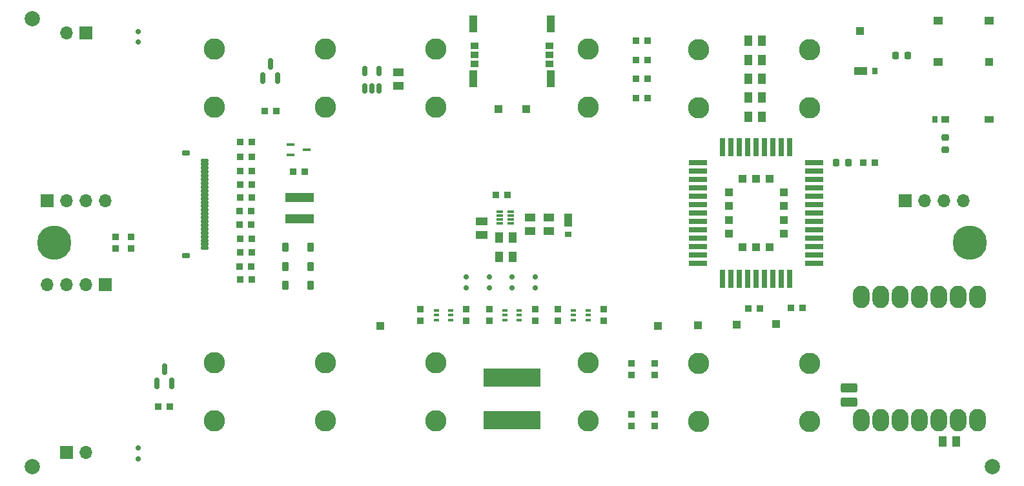
<source format=gbr>
%TF.GenerationSoftware,KiCad,Pcbnew,8.0.5*%
%TF.CreationDate,2024-10-25T23:47:22+01:00*%
%TF.ProjectId,V3,56332e6b-6963-4616-945f-706362585858,rev?*%
%TF.SameCoordinates,Original*%
%TF.FileFunction,Soldermask,Top*%
%TF.FilePolarity,Negative*%
%FSLAX46Y46*%
G04 Gerber Fmt 4.6, Leading zero omitted, Abs format (unit mm)*
G04 Created by KiCad (PCBNEW 8.0.5) date 2024-10-25 23:47:22*
%MOMM*%
%LPD*%
G01*
G04 APERTURE LIST*
G04 Aperture macros list*
%AMRoundRect*
0 Rectangle with rounded corners*
0 $1 Rounding radius*
0 $2 $3 $4 $5 $6 $7 $8 $9 X,Y pos of 4 corners*
0 Add a 4 corners polygon primitive as box body*
4,1,4,$2,$3,$4,$5,$6,$7,$8,$9,$2,$3,0*
0 Add four circle primitives for the rounded corners*
1,1,$1+$1,$2,$3*
1,1,$1+$1,$4,$5*
1,1,$1+$1,$6,$7*
1,1,$1+$1,$8,$9*
0 Add four rect primitives between the rounded corners*
20,1,$1+$1,$2,$3,$4,$5,0*
20,1,$1+$1,$4,$5,$6,$7,0*
20,1,$1+$1,$6,$7,$8,$9,0*
20,1,$1+$1,$8,$9,$2,$3,0*%
G04 Aperture macros list end*
%ADD10RoundRect,1.102000X-0.000010X0.375000X-0.000010X-0.375000X0.000010X-0.375000X0.000010X0.375000X0*%
%ADD11RoundRect,0.305000X-0.813000X-0.305000X0.813000X-0.305000X0.813000X0.305000X-0.813000X0.305000X0*%
%ADD12R,0.889000X0.889000*%
%ADD13R,0.900000X0.900000*%
%ADD14R,1.000000X1.000000*%
%ADD15R,0.850000X0.300000*%
%ADD16RoundRect,0.150000X0.200000X-0.150000X0.200000X0.150000X-0.200000X0.150000X-0.200000X-0.150000X0*%
%ADD17R,1.092200X1.803400*%
%ADD18R,0.838200X0.711200*%
%ADD19R,1.016000X1.400000*%
%ADD20C,2.000000*%
%ADD21RoundRect,0.218750X0.218750X0.256250X-0.218750X0.256250X-0.218750X-0.256250X0.218750X-0.256250X0*%
%ADD22RoundRect,0.225000X0.225000X0.375000X-0.225000X0.375000X-0.225000X-0.375000X0.225000X-0.375000X0*%
%ADD23R,1.400000X1.016000*%
%ADD24RoundRect,0.150000X0.150000X-0.587500X0.150000X0.587500X-0.150000X0.587500X-0.150000X-0.587500X0*%
%ADD25RoundRect,0.102000X-0.400000X0.150000X-0.400000X-0.150000X0.400000X-0.150000X0.400000X0.150000X0*%
%ADD26RoundRect,0.102000X-0.400000X0.200000X-0.400000X-0.200000X0.400000X-0.200000X0.400000X0.200000X0*%
%ADD27RoundRect,0.218750X-0.256250X0.218750X-0.256250X-0.218750X0.256250X-0.218750X0.256250X0.218750X0*%
%ADD28RoundRect,0.100000X-0.225000X-0.100000X0.225000X-0.100000X0.225000X0.100000X-0.225000X0.100000X0*%
%ADD29R,0.800000X0.900000*%
%ADD30R,1.200000X1.000000*%
%ADD31R,1.200000X0.900000*%
%ADD32R,1.000000X0.900000*%
%ADD33R,7.493000X2.489200*%
%ADD34C,4.500000*%
%ADD35R,1.092200X0.990600*%
%ADD36R,0.990600X2.311400*%
%ADD37R,0.990600X0.812800*%
%ADD38R,1.803400X1.092200*%
%ADD39R,0.711200X0.838200*%
%ADD40R,0.990600X0.990600*%
%ADD41R,0.711200X2.489200*%
%ADD42R,2.489200X0.711200*%
%ADD43R,3.708400X1.193800*%
%ADD44R,1.524000X1.016000*%
%ADD45RoundRect,0.150000X0.150000X-0.512500X0.150000X0.512500X-0.150000X0.512500X-0.150000X-0.512500X0*%
%ADD46RoundRect,0.218750X-0.218750X-0.256250X0.218750X-0.256250X0.218750X0.256250X-0.218750X0.256250X0*%
%ADD47R,1.016000X0.457200*%
%ADD48C,2.800000*%
%ADD49R,1.700000X1.700000*%
%ADD50O,1.700000X1.700000*%
G04 APERTURE END LIST*
D10*
%TO.C,U2*%
X61070000Y-7135000D03*
X58530000Y-7135000D03*
X55990000Y-7135000D03*
X53450000Y-7135000D03*
X50910000Y-7135000D03*
X48370000Y-7135000D03*
X45830000Y-7135000D03*
X45830000Y-23300000D03*
X48370000Y-23300000D03*
X50910000Y-23300000D03*
X53450000Y-23300000D03*
X55990000Y-23300000D03*
X58530000Y-23300000D03*
X61070000Y-23300000D03*
D11*
X44220000Y-19000000D03*
X44220000Y-20905000D03*
%TD*%
D12*
%TO.C,R4*%
X-2095400Y6248800D03*
X-571400Y6248800D03*
%TD*%
D13*
%TO.C,C10*%
X18700000Y-17324000D03*
X18700000Y-15800000D03*
%TD*%
%TO.C,C29*%
X-35695000Y-3100000D03*
X-34171000Y-3100000D03*
%TD*%
%TO.C,C9*%
X15650000Y-22526000D03*
X15650000Y-24050000D03*
%TD*%
D14*
%TO.C,RESET1*%
X24400000Y-10850000D03*
%TD*%
D15*
%TO.C,IC1*%
X-187400Y2565600D03*
X-187400Y3065600D03*
X-187400Y3565600D03*
X-187400Y4065600D03*
X-1587400Y4065600D03*
X-1587400Y3565600D03*
X-1587400Y3065600D03*
X-1587400Y2565600D03*
%TD*%
D13*
%TO.C,C6*%
X-3000000Y-10261999D03*
X-3000000Y-8738001D03*
%TD*%
D16*
%TO.C,D4*%
X3000000Y-4500000D03*
X3000000Y-5900000D03*
%TD*%
D17*
%TO.C,CR2*%
X7339000Y2974200D03*
D18*
X7339000Y1125100D03*
%TD*%
D12*
%TO.C,R15*%
X-34136999Y11300001D03*
X-35660999Y11300001D03*
%TD*%
D19*
%TO.C,C14*%
X30961000Y26500000D03*
X32740000Y26500000D03*
%TD*%
D14*
%TO.C,RxD1*%
X34600000Y-10700000D03*
%TD*%
D20*
%TO.C,FID5*%
X62960000Y-29390000D03*
%TD*%
D12*
%TO.C,R16*%
X16288001Y24000000D03*
X17811999Y24000000D03*
%TD*%
D13*
%TO.C,C22*%
X-35673999Y9400000D03*
X-34149999Y9400000D03*
%TD*%
D19*
%TO.C,C15*%
X30961000Y19050000D03*
X32740000Y19050000D03*
%TD*%
D14*
%TO.C,BOOT1*%
X19100000Y-10950000D03*
%TD*%
D21*
%TO.C,L3*%
X51870500Y24584600D03*
X50295500Y24584600D03*
%TD*%
D22*
%TO.C,D9*%
X-26450000Y-600000D03*
X-29750000Y-600000D03*
%TD*%
D12*
%TO.C,R3*%
X30938000Y-8600000D03*
X32462000Y-8600000D03*
%TD*%
%TO.C,R7*%
X12000000Y-8738001D03*
X12000000Y-10261999D03*
%TD*%
D22*
%TO.C,D7*%
X-26450000Y-3100000D03*
X-29750000Y-3100000D03*
%TD*%
D12*
%TO.C,R12*%
X-34136999Y13200001D03*
X-35660999Y13200001D03*
%TD*%
D16*
%TO.C,D10*%
X-6000000Y-4500000D03*
X-6000000Y-5900000D03*
%TD*%
D13*
%TO.C,C12*%
X-12000000Y-8738001D03*
X-12000000Y-10261999D03*
%TD*%
D23*
%TO.C,C1*%
X2324200Y1508200D03*
X2324200Y3287200D03*
%TD*%
D16*
%TO.C,D5*%
X-49000000Y27700000D03*
X-49000000Y26300000D03*
%TD*%
D19*
%TO.C,C5*%
X56461000Y-26100000D03*
X58240000Y-26100000D03*
%TD*%
D13*
%TO.C,C11*%
X18700000Y-22526000D03*
X18700000Y-24050000D03*
%TD*%
D24*
%TO.C,Q3*%
X-46550000Y-18437500D03*
X-44650000Y-18437500D03*
X-45600000Y-16562500D03*
%TD*%
D12*
%TO.C,R13*%
X-46423998Y-21500000D03*
X-44900000Y-21500000D03*
%TD*%
%TO.C,R9*%
X16288001Y26500000D03*
X17811999Y26500000D03*
%TD*%
%TO.C,R8*%
X-6000000Y-8738001D03*
X-6000000Y-10261999D03*
%TD*%
D13*
%TO.C,C33*%
X-35686999Y7650000D03*
X-34162999Y7650000D03*
%TD*%
D19*
%TO.C,C2*%
X-1689000Y670000D03*
X90000Y670000D03*
%TD*%
D12*
%TO.C,R1*%
X-52000000Y761999D03*
X-52000000Y-761999D03*
%TD*%
D19*
%TO.C,C3*%
X-1716000Y-1816800D03*
X63000Y-1816800D03*
%TD*%
D12*
%TO.C,R18*%
X17811999Y19000000D03*
X16288001Y19000000D03*
%TD*%
%TO.C,R6*%
X3000000Y-8738001D03*
X3000000Y-10261999D03*
%TD*%
D13*
%TO.C,C21*%
X-35687999Y500000D03*
X-34163999Y500000D03*
%TD*%
D22*
%TO.C,D8*%
X-26450000Y-5600000D03*
X-29750000Y-5600000D03*
%TD*%
D19*
%TO.C,C17*%
X30961000Y16500000D03*
X32740000Y16500000D03*
%TD*%
D13*
%TO.C,C20*%
X47562000Y10500000D03*
X46038000Y10500000D03*
%TD*%
D23*
%TO.C,C4*%
X4788000Y1508200D03*
X4788000Y3287200D03*
%TD*%
%TO.C,C7*%
X-14950000Y22389000D03*
X-14950000Y20610000D03*
%TD*%
D12*
%TO.C,R17*%
X17811999Y21500000D03*
X16288001Y21500000D03*
%TD*%
D25*
%TO.C,J3*%
X-40300000Y10800000D03*
X-40300000Y10300000D03*
X-40300000Y9800000D03*
X-40300000Y9300000D03*
X-40300000Y8800000D03*
X-40300000Y8300000D03*
X-40300000Y7800000D03*
X-40300000Y7300000D03*
X-40300000Y6800000D03*
X-40300000Y6300000D03*
X-40300000Y5800000D03*
X-40300000Y5300000D03*
X-40300000Y4800000D03*
X-40300000Y4300000D03*
X-40300000Y3800000D03*
X-40300000Y3300000D03*
X-40300000Y2800000D03*
X-40300000Y2300000D03*
X-40300000Y1800000D03*
X-40300000Y1300000D03*
X-40300000Y800000D03*
X-40300000Y300000D03*
X-40300000Y-200000D03*
X-40300000Y-700000D03*
D26*
X-42800000Y11750000D03*
X-42800000Y-1650000D03*
%TD*%
D16*
%TO.C,D6*%
X-49010000Y-26930000D03*
X-49010000Y-28330000D03*
%TD*%
D27*
%TO.C,L2*%
X56831600Y13787500D03*
X56831600Y12212500D03*
%TD*%
D13*
%TO.C,C26*%
X-35698999Y2350000D03*
X-34174999Y2350000D03*
%TD*%
D28*
%TO.C,U18*%
X8050000Y-8850000D03*
X8050000Y-9500000D03*
X8050000Y-10150000D03*
X9950000Y-10150000D03*
X9950000Y-9500000D03*
X9950000Y-8850000D03*
%TD*%
D13*
%TO.C,C25*%
X-27149999Y9300000D03*
X-28673999Y9300000D03*
%TD*%
%TO.C,C8*%
X15650000Y-17324000D03*
X15650000Y-15800000D03*
%TD*%
D29*
%TO.C,ANT1*%
X55450000Y16150000D03*
D30*
X55850000Y23750000D03*
X55850000Y29100000D03*
X62550000Y29100000D03*
D14*
X62550000Y23750000D03*
D31*
X62550000Y16150000D03*
D32*
X56840000Y16150000D03*
%TD*%
D12*
%TO.C,R14*%
X-30880000Y17240000D03*
X-32403998Y17240000D03*
%TD*%
D33*
%TO.C,L5*%
X0Y-17700001D03*
X0Y-23299999D03*
%TD*%
D19*
%TO.C,C13*%
X30961000Y24000000D03*
X32740000Y24000000D03*
%TD*%
D20*
%TO.C,FID1*%
X-62950000Y29360000D03*
%TD*%
D16*
%TO.C,D3*%
X0Y-4500000D03*
X0Y-5900000D03*
%TD*%
D34*
%TO.C,H1*%
X60000000Y0D03*
%TD*%
D12*
%TO.C,R2*%
X-50000000Y761999D03*
X-50000000Y-761999D03*
%TD*%
D13*
%TO.C,C23*%
X-35686999Y5900000D03*
X-34162999Y5900000D03*
%TD*%
D24*
%TO.C,Q4*%
X-32650000Y21562500D03*
X-30750000Y21562500D03*
X-31700000Y23437501D03*
%TD*%
D35*
%TO.C,U12*%
X1820000Y17575000D03*
X-1820000Y17575000D03*
D36*
X5100000Y28700000D03*
X5100000Y21500002D03*
X-5100000Y21500002D03*
X-5100000Y28700000D03*
D37*
X-4900000Y25850000D03*
X-4900000Y24650000D03*
X4900000Y25850000D03*
X-4900000Y23450000D03*
X4900000Y24650000D03*
X4900000Y23450000D03*
%TD*%
D13*
%TO.C,C24*%
X-35698999Y4150000D03*
X-34174999Y4150000D03*
%TD*%
D20*
%TO.C,FID6*%
X-62930000Y-29350000D03*
%TD*%
D14*
%TO.C,VDD1*%
X-17250000Y-10950000D03*
%TD*%
D28*
%TO.C,U1*%
X-9950000Y-8850000D03*
X-9950000Y-9500000D03*
X-9950000Y-10150000D03*
X-8050000Y-10150000D03*
X-8050000Y-9500000D03*
X-8050000Y-8850000D03*
%TD*%
D19*
%TO.C,C16*%
X30961000Y21500000D03*
X32740000Y21500000D03*
%TD*%
D38*
%TO.C,CR1*%
X45700900Y22500000D03*
D39*
X47550000Y22500000D03*
%TD*%
D16*
%TO.C,D1*%
X-3000000Y-4500000D03*
X-3000000Y-5900000D03*
%TD*%
D13*
%TO.C,C18*%
X6000000Y-10261999D03*
X6000000Y-8738001D03*
%TD*%
D40*
%TO.C,U11*%
X30200000Y8400003D03*
X32000000Y8400004D03*
X33800000Y8400003D03*
X35600000Y6600003D03*
X35600000Y4800004D03*
X35600000Y3000002D03*
X35600000Y1200003D03*
X33800000Y-599997D03*
X32000000Y-599998D03*
X30200000Y-599997D03*
X28400000Y1200003D03*
X28400000Y3000002D03*
X28400000Y4800004D03*
X28400000Y6600003D03*
D41*
X27599999Y12500000D03*
X28699999Y12500001D03*
X29799998Y12500001D03*
X30900000Y12500000D03*
X32000000Y12500001D03*
X33100000Y12500000D03*
X34200002Y12500001D03*
X35300001Y12500001D03*
X36400001Y12500000D03*
D42*
X39650000Y10500005D03*
X39650000Y9400005D03*
X39649999Y8300004D03*
X39650000Y7200004D03*
X39650000Y6100005D03*
X39649999Y5000003D03*
X39650000Y3900003D03*
X39649999Y2800003D03*
X39650000Y1700001D03*
X39650000Y600002D03*
X39650000Y-499996D03*
X39649999Y-1599996D03*
X39650000Y-2699996D03*
D41*
X36400001Y-4699994D03*
X35300001Y-4699995D03*
X34200002Y-4699995D03*
X33100000Y-4699994D03*
X32000000Y-4699995D03*
X30900000Y-4699994D03*
X29799998Y-4699995D03*
X28699999Y-4699995D03*
X27599999Y-4699994D03*
D42*
X24350000Y-2699999D03*
X24350000Y-1599999D03*
X24350001Y-499998D03*
X24350000Y600002D03*
X24350000Y1700001D03*
X24350001Y2800003D03*
X24350000Y3900003D03*
X24350001Y5000003D03*
X24350000Y6100005D03*
X24350000Y7200004D03*
X24350001Y8300004D03*
X24350001Y9400002D03*
X24350000Y10500002D03*
%TD*%
D28*
%TO.C,U3*%
X-950000Y-8850000D03*
X-950000Y-9500000D03*
X-950000Y-10150000D03*
X950000Y-10150000D03*
X950000Y-9500000D03*
X950000Y-8850000D03*
%TD*%
D43*
%TO.C,L6*%
X-27850000Y5900000D03*
X-27850000Y3106000D03*
%TD*%
D12*
%TO.C,R5*%
X38061999Y-8500000D03*
X36537999Y-8500000D03*
%TD*%
D13*
%TO.C,C30*%
X-35687999Y-4800000D03*
X-34163999Y-4800000D03*
%TD*%
D44*
%TO.C,L1*%
X-3987400Y2815600D03*
X-3987400Y1037600D03*
%TD*%
D13*
%TO.C,C28*%
X-35662999Y-1300000D03*
X-34138999Y-1300000D03*
%TD*%
D45*
%TO.C,D2*%
X-19349998Y20225000D03*
X-18399999Y20225000D03*
X-17450000Y20225000D03*
X-17450000Y22500000D03*
X-19349998Y22500000D03*
%TD*%
D46*
%TO.C,L4*%
X42508500Y10480000D03*
X44083500Y10480000D03*
%TD*%
D47*
%TO.C,Q8*%
X-29032800Y12849999D03*
X-29032800Y11550001D03*
X-26950000Y12200000D03*
%TD*%
D14*
%TO.C,TxD1*%
X29450000Y-10750000D03*
%TD*%
%TO.C,GSM_VCC1*%
X45650000Y27750000D03*
%TD*%
D48*
%TO.C,U17*%
X-39000000Y-23355000D03*
X-39000000Y-15735000D03*
%TD*%
%TO.C,U4*%
X10000000Y-23363500D03*
X10000000Y-15743500D03*
%TD*%
%TO.C,U13*%
X-24500000Y25415000D03*
X-24500000Y17795000D03*
%TD*%
%TO.C,U15*%
X-10000000Y-23355000D03*
X-10000000Y-15735000D03*
%TD*%
%TO.C,U14*%
X-39000000Y25415000D03*
X-39000000Y17795000D03*
%TD*%
%TO.C,U5*%
X24500000Y-23453500D03*
X24500000Y-15833500D03*
%TD*%
%TO.C,U9*%
X39000000Y25316500D03*
X39000000Y17696500D03*
%TD*%
D49*
%TO.C,J6*%
X-55920000Y27500000D03*
D50*
X-58460000Y27500000D03*
%TD*%
D48*
%TO.C,U7*%
X10000000Y25406500D03*
X10000000Y17786500D03*
%TD*%
D49*
%TO.C,J4*%
X51550000Y5500000D03*
D50*
X54090000Y5500000D03*
X56629999Y5500000D03*
X59170000Y5500000D03*
%TD*%
D48*
%TO.C,U8*%
X24500000Y25316500D03*
X24500000Y17696500D03*
%TD*%
D49*
%TO.C,J1*%
X-53380000Y-5500000D03*
D50*
X-55920000Y-5500000D03*
X-58459999Y-5500000D03*
X-61000000Y-5500000D03*
%TD*%
D49*
%TO.C,J2*%
X-61000000Y5500000D03*
D50*
X-58460000Y5500000D03*
X-55920001Y5500000D03*
X-53380000Y5500000D03*
%TD*%
D48*
%TO.C,U10*%
X-10000000Y25415000D03*
X-10000000Y17795000D03*
%TD*%
D34*
%TO.C,H2*%
X-60000000Y0D03*
%TD*%
D49*
%TO.C,J7*%
X-58460000Y-27500000D03*
D50*
X-55920000Y-27500000D03*
%TD*%
D48*
%TO.C,U16*%
X-24500000Y-23355000D03*
X-24500000Y-15735000D03*
%TD*%
%TO.C,U6*%
X39000000Y-23453500D03*
X39000000Y-15833500D03*
%TD*%
M02*

</source>
